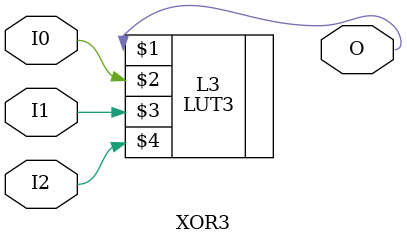
<source format=v>


`timescale  1 ps / 1 ps


module XOR3 (O, I0, I1, I2);

    output O;

    input  I0, I1, I2;

    LUT3 #(.INIT(8'h96)) L3 (O, I0, I1, I2);

endmodule

</source>
